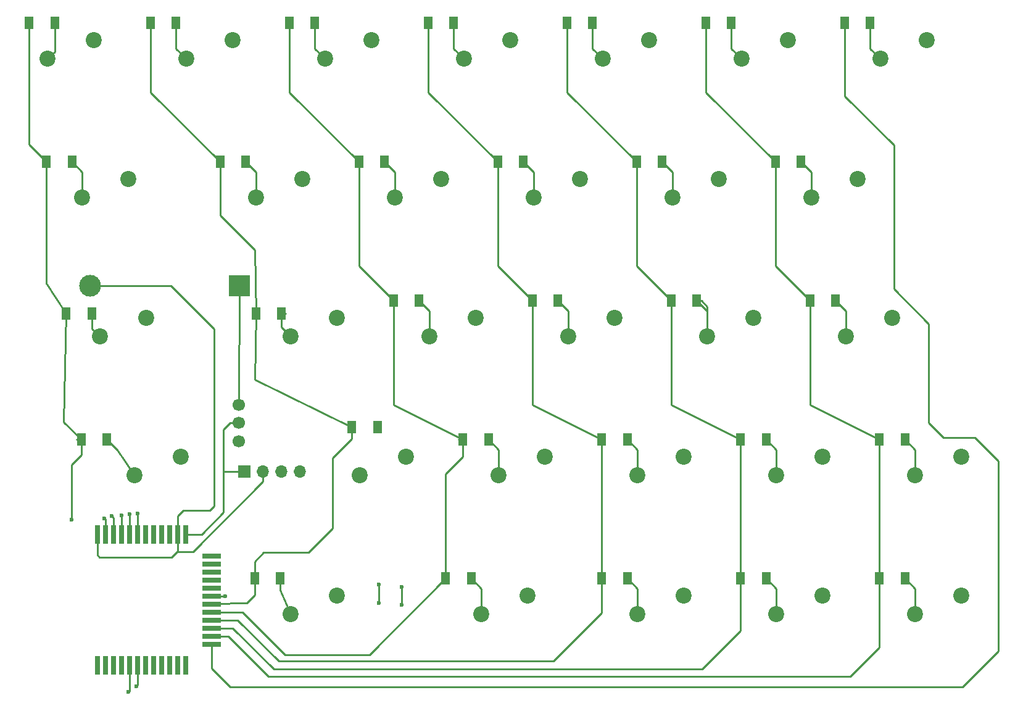
<source format=gbl>
G04 #@! TF.FileFunction,Copper,L2,Bot,Signal*
%FSLAX46Y46*%
G04 Gerber Fmt 4.6, Leading zero omitted, Abs format (unit mm)*
G04 Created by KiCad (PCBNEW 4.0.7) date Monday, 23 April 2018 'AMt' 04:38:12*
%MOMM*%
%LPD*%
G01*
G04 APERTURE LIST*
%ADD10C,0.100000*%
%ADD11C,2.200000*%
%ADD12R,1.300000X1.700000*%
%ADD13R,1.700000X1.700000*%
%ADD14O,1.700000X1.700000*%
%ADD15R,2.500000X0.800000*%
%ADD16R,0.800000X2.500000*%
%ADD17C,3.000000*%
%ADD18R,3.000000X3.000000*%
%ADD19C,1.700000*%
%ADD20C,0.600000*%
%ADD21C,0.250000*%
G04 APERTURE END LIST*
D10*
D11*
X147637500Y-21431250D03*
X141287500Y-23971250D03*
X45243750Y-78581250D03*
X38893750Y-81121250D03*
X66675000Y-59531250D03*
X60325000Y-62071250D03*
X38100000Y-40481250D03*
X31750000Y-43021250D03*
X66675000Y-97631250D03*
X60325000Y-100171250D03*
D12*
X24443750Y-19050000D03*
X27943750Y-19050000D03*
X26825000Y-38100000D03*
X30325000Y-38100000D03*
X29550000Y-58900000D03*
X33050000Y-58900000D03*
X31587500Y-76200000D03*
X35087500Y-76200000D03*
X41112500Y-19050000D03*
X44612500Y-19050000D03*
X50637500Y-38100000D03*
X54137500Y-38100000D03*
X55550000Y-58900000D03*
X59050000Y-58900000D03*
X68750000Y-74500000D03*
X72250000Y-74500000D03*
X55400000Y-95250000D03*
X58900000Y-95250000D03*
X60162500Y-19050000D03*
X63662500Y-19050000D03*
X69687500Y-38100000D03*
X73187500Y-38100000D03*
X74450000Y-57150000D03*
X77950000Y-57150000D03*
X83975000Y-76200000D03*
X87475000Y-76200000D03*
X81593750Y-95250000D03*
X85093750Y-95250000D03*
X79212500Y-19050000D03*
X82712500Y-19050000D03*
X88737500Y-38100000D03*
X92237500Y-38100000D03*
X93500000Y-57150000D03*
X97000000Y-57150000D03*
X103025000Y-76200000D03*
X106525000Y-76200000D03*
X103025000Y-95250000D03*
X106525000Y-95250000D03*
X98262500Y-19050000D03*
X101762500Y-19050000D03*
X107787500Y-38100000D03*
X111287500Y-38100000D03*
X112550000Y-57150000D03*
X116050000Y-57150000D03*
X122075000Y-76200000D03*
X125575000Y-76200000D03*
X122075000Y-95250000D03*
X125575000Y-95250000D03*
X117312500Y-19050000D03*
X120812500Y-19050000D03*
X126837500Y-38100000D03*
X130337500Y-38100000D03*
X131600000Y-57150000D03*
X135100000Y-57150000D03*
X141125000Y-76200000D03*
X144625000Y-76200000D03*
X136362500Y-19050000D03*
X139862500Y-19050000D03*
D13*
X54000000Y-80600000D03*
D14*
X56540000Y-80600000D03*
X59080000Y-80600000D03*
X61620000Y-80600000D03*
D11*
X33337500Y-21431250D03*
X26987500Y-23971250D03*
X40481250Y-59531250D03*
X34131250Y-62071250D03*
X52387500Y-21431250D03*
X46037500Y-23971250D03*
X61912500Y-40481250D03*
X55562500Y-43021250D03*
X76200000Y-78581250D03*
X69850000Y-81121250D03*
X71437500Y-21431250D03*
X65087500Y-23971250D03*
X80962500Y-40481250D03*
X74612500Y-43021250D03*
X85725000Y-59531250D03*
X79375000Y-62071250D03*
X95250000Y-78581250D03*
X88900000Y-81121250D03*
X92868750Y-97631250D03*
X86518750Y-100171250D03*
X90487500Y-21431250D03*
X84137500Y-23971250D03*
X100012500Y-40481250D03*
X93662500Y-43021250D03*
X104775000Y-59531250D03*
X98425000Y-62071250D03*
X114300000Y-78581250D03*
X107950000Y-81121250D03*
X114300000Y-97631250D03*
X107950000Y-100171250D03*
X109537500Y-21431250D03*
X103187500Y-23971250D03*
X119062500Y-40481250D03*
X112712500Y-43021250D03*
X123825000Y-59531250D03*
X117475000Y-62071250D03*
X133350000Y-78581250D03*
X127000000Y-81121250D03*
X133350000Y-97631250D03*
X127000000Y-100171250D03*
X128587500Y-21431250D03*
X122237500Y-23971250D03*
X138112500Y-40481250D03*
X131762500Y-43021250D03*
X142875000Y-59531250D03*
X136525000Y-62071250D03*
X152400000Y-78581250D03*
X146050000Y-81121250D03*
D15*
X49500000Y-92150000D03*
X49500000Y-93250000D03*
X49500000Y-94350000D03*
X49500000Y-95450000D03*
X49500000Y-96550000D03*
X49500000Y-97650000D03*
X49500000Y-98750000D03*
X49500000Y-99850000D03*
X49500000Y-100950000D03*
X49500000Y-102050000D03*
X49500000Y-103150000D03*
X49500000Y-104250000D03*
D16*
X33800000Y-89200000D03*
X34900000Y-89200000D03*
X36000000Y-89200000D03*
X37100000Y-89200000D03*
X38200000Y-89200000D03*
X39300000Y-89200000D03*
X40400000Y-89200000D03*
X41500000Y-89200000D03*
X42600000Y-89200000D03*
X43700000Y-89200000D03*
X44800000Y-89200000D03*
X45900000Y-89200000D03*
X45900000Y-107200000D03*
X44800000Y-107200000D03*
X43700000Y-107200000D03*
X42600000Y-107200000D03*
X41500000Y-107200000D03*
X40400000Y-107200000D03*
X39300000Y-107200000D03*
X38200000Y-107200000D03*
X37100000Y-107200000D03*
X36000000Y-107200000D03*
X34900000Y-107200000D03*
X33800000Y-107200000D03*
D12*
X141125000Y-95250000D03*
X144625000Y-95250000D03*
D11*
X152400000Y-97631250D03*
X146050000Y-100171250D03*
D17*
X32810000Y-55100000D03*
D18*
X53300000Y-55100000D03*
D19*
X53200000Y-76400000D03*
X53200000Y-73900000D03*
X53200000Y-71400000D03*
D20*
X39200000Y-110000000D03*
X72400000Y-98600000D03*
X72400000Y-96100000D03*
X51360000Y-97640000D03*
X30300000Y-87200000D03*
X34800000Y-87000000D03*
X35800000Y-86700000D03*
X37100000Y-86600000D03*
X38200000Y-86400000D03*
X39300000Y-86300000D03*
X38100000Y-110800000D03*
X75600000Y-98900000D03*
X75600000Y-96400000D03*
D21*
X44750000Y-91550000D02*
X46950000Y-91550000D01*
X56540000Y-81960000D02*
X56540000Y-80600000D01*
X46950000Y-91550000D02*
X56540000Y-81960000D01*
X49800000Y-61000000D02*
X49800000Y-85300000D01*
X45600000Y-85900000D02*
X49200000Y-85900000D01*
X44800000Y-86700000D02*
X45600000Y-85900000D01*
X44800000Y-86700000D02*
X44800000Y-89200000D01*
X49800000Y-85300000D02*
X49200000Y-85900000D01*
X43900000Y-55100000D02*
X32810000Y-55100000D01*
X49800000Y-61000000D02*
X43900000Y-55100000D01*
X33800000Y-89200000D02*
X33800000Y-92000000D01*
X33800000Y-92000000D02*
X34100000Y-92300000D01*
X34100000Y-92300000D02*
X44000000Y-92300000D01*
X44000000Y-92300000D02*
X44750000Y-91550000D01*
X44750000Y-91550000D02*
X44800000Y-91500000D01*
X44800000Y-91500000D02*
X44800000Y-89200000D01*
X54000000Y-80600000D02*
X51100000Y-80600000D01*
X51100000Y-80600000D02*
X51100000Y-80700000D01*
X53200000Y-73900000D02*
X52000000Y-73900000D01*
X48100000Y-89200000D02*
X45900000Y-89200000D01*
X51100000Y-86200000D02*
X48100000Y-89200000D01*
X51100000Y-74800000D02*
X51100000Y-80700000D01*
X51100000Y-80700000D02*
X51100000Y-86200000D01*
X52000000Y-73900000D02*
X51100000Y-74800000D01*
X53200000Y-73900000D02*
X53000000Y-73900000D01*
X27943750Y-19050000D02*
X27943750Y-23015000D01*
X27943750Y-23015000D02*
X26987500Y-23971250D01*
X31750000Y-43021250D02*
X31750000Y-39525000D01*
X31750000Y-39525000D02*
X30325000Y-38100000D01*
X33050000Y-58900000D02*
X33050000Y-60990000D01*
X33050000Y-60990000D02*
X34131250Y-62071250D01*
X38893750Y-81121250D02*
X36512500Y-77625000D01*
X36512500Y-77625000D02*
X35087500Y-76200000D01*
X44612500Y-19050000D02*
X44612500Y-22546250D01*
X44612500Y-22546250D02*
X46037500Y-23971250D01*
X55562500Y-43021250D02*
X55562500Y-39525000D01*
X55562500Y-39525000D02*
X54137500Y-38100000D01*
X59050000Y-58900000D02*
X59050000Y-60796250D01*
X59050000Y-60796250D02*
X60325000Y-62071250D01*
X59050000Y-58900000D02*
X59681250Y-58900000D01*
X58900000Y-95250000D02*
X58900000Y-96833750D01*
X58900000Y-96833750D02*
X60325000Y-100171250D01*
X63662500Y-19050000D02*
X63662500Y-22546250D01*
X63662500Y-22546250D02*
X65087500Y-23971250D01*
X74612500Y-43021250D02*
X74612500Y-39525000D01*
X74612500Y-39525000D02*
X73187500Y-38100000D01*
X79375000Y-62071250D02*
X79375000Y-58575000D01*
X79375000Y-58575000D02*
X77950000Y-57150000D01*
X88900000Y-81121250D02*
X88900000Y-77625000D01*
X88900000Y-77625000D02*
X87475000Y-76200000D01*
X86518750Y-100171250D02*
X86518750Y-96675000D01*
X86518750Y-96675000D02*
X85093750Y-95250000D01*
X82712500Y-19050000D02*
X82712500Y-22546250D01*
X82712500Y-22546250D02*
X84137500Y-23971250D01*
X93662500Y-43021250D02*
X93662500Y-39525000D01*
X93662500Y-39525000D02*
X92237500Y-38100000D01*
X98425000Y-62071250D02*
X98425000Y-58575000D01*
X98425000Y-58575000D02*
X97000000Y-57150000D01*
X107950000Y-81121250D02*
X107950000Y-77625000D01*
X107950000Y-77625000D02*
X106525000Y-76200000D01*
X107950000Y-100171250D02*
X107950000Y-96675000D01*
X107950000Y-96675000D02*
X106525000Y-95250000D01*
X101762500Y-19050000D02*
X101762500Y-22546250D01*
X101762500Y-22546250D02*
X103187500Y-23971250D01*
X112712500Y-43021250D02*
X112712500Y-39525000D01*
X112712500Y-39525000D02*
X111287500Y-38100000D01*
X117475000Y-62071250D02*
X117475000Y-58575000D01*
X117475000Y-58575000D02*
X116050000Y-57150000D01*
X117475000Y-62071250D02*
X117475000Y-57943750D01*
X117475000Y-57943750D02*
X116681250Y-57150000D01*
X116681250Y-57150000D02*
X116050000Y-57150000D01*
X127000000Y-81121250D02*
X127000000Y-77625000D01*
X127000000Y-77625000D02*
X125575000Y-76200000D01*
X127000000Y-100171250D02*
X127000000Y-96675000D01*
X127000000Y-96675000D02*
X125575000Y-95250000D01*
X120812500Y-19050000D02*
X120812500Y-22546250D01*
X120812500Y-22546250D02*
X122237500Y-23971250D01*
X131762500Y-43021250D02*
X131762500Y-39525000D01*
X131762500Y-39525000D02*
X130337500Y-38100000D01*
X136525000Y-62071250D02*
X136525000Y-58575000D01*
X136525000Y-58575000D02*
X135100000Y-57150000D01*
X146050000Y-81121250D02*
X146050000Y-77625000D01*
X146050000Y-77625000D02*
X144625000Y-76200000D01*
X139862500Y-19050000D02*
X139862500Y-22546250D01*
X139862500Y-22546250D02*
X141287500Y-23971250D01*
X39300000Y-109900000D02*
X39300000Y-107200000D01*
X39200000Y-110000000D02*
X39300000Y-109900000D01*
X72400000Y-98500000D02*
X72400000Y-98600000D01*
X72400000Y-96100000D02*
X72400000Y-98500000D01*
X34956250Y-107025000D02*
X35081250Y-107400000D01*
X49500000Y-97650000D02*
X51350000Y-97650000D01*
X51350000Y-97650000D02*
X51360000Y-97640000D01*
X31587500Y-76200000D02*
X31587500Y-78312500D01*
X30300000Y-79600000D02*
X30300000Y-87200000D01*
X31587500Y-78312500D02*
X30300000Y-79600000D01*
X31587500Y-76200000D02*
X30956250Y-76200000D01*
X29550000Y-58900000D02*
X29206250Y-73818750D01*
X29206250Y-73818750D02*
X31587500Y-76200000D01*
X26825000Y-54768750D02*
X29550000Y-58900000D01*
X26825000Y-38100000D02*
X26825000Y-54768750D01*
X24443750Y-35718750D02*
X26825000Y-38100000D01*
X24443750Y-19050000D02*
X24443750Y-35718750D01*
X68750000Y-74500000D02*
X68750000Y-76050000D01*
X55400000Y-92900000D02*
X55400000Y-95250000D01*
X56600000Y-91700000D02*
X55400000Y-92900000D01*
X62800000Y-91700000D02*
X56600000Y-91700000D01*
X66100000Y-88400000D02*
X62800000Y-91700000D01*
X66100000Y-78700000D02*
X66100000Y-88400000D01*
X68750000Y-76050000D02*
X66100000Y-78700000D01*
X55550000Y-58900000D02*
X55400000Y-67950000D01*
X55400000Y-67950000D02*
X68750000Y-74500000D01*
X55400000Y-95250000D02*
X55400000Y-97500000D01*
X54300000Y-98600000D02*
X49550000Y-98700000D01*
X55400000Y-97500000D02*
X54300000Y-98600000D01*
X49550000Y-98700000D02*
X49500000Y-98750000D01*
X50637500Y-38100000D02*
X50637500Y-45437500D01*
X55400000Y-50200000D02*
X55550000Y-58900000D01*
X50637500Y-45437500D02*
X55400000Y-50200000D01*
X41112500Y-19050000D02*
X41112500Y-28575000D01*
X41112500Y-28575000D02*
X50637500Y-38100000D01*
X49500000Y-99850000D02*
X53750000Y-99850000D01*
X71143750Y-105700000D02*
X81593750Y-95250000D01*
X59600000Y-105700000D02*
X71143750Y-105700000D01*
X53750000Y-99850000D02*
X59600000Y-105700000D01*
X83975000Y-76200000D02*
X83975000Y-78525000D01*
X81593750Y-80906250D02*
X81593750Y-95250000D01*
X83975000Y-78525000D02*
X81593750Y-80906250D01*
X83975000Y-76200000D02*
X83343750Y-76200000D01*
X74450000Y-57150000D02*
X74450000Y-71437500D01*
X74450000Y-71437500D02*
X83975000Y-76200000D01*
X69687500Y-38100000D02*
X69687500Y-52387500D01*
X69687500Y-52387500D02*
X74450000Y-57150000D01*
X60162500Y-19050000D02*
X60162500Y-28575000D01*
X60162500Y-28575000D02*
X69687500Y-38100000D01*
X103025000Y-95250000D02*
X103025000Y-99975000D01*
X53050000Y-100950000D02*
X49500000Y-100950000D01*
X58700000Y-106600000D02*
X53050000Y-100950000D01*
X96400000Y-106600000D02*
X58700000Y-106600000D01*
X103025000Y-99975000D02*
X96400000Y-106600000D01*
X103025000Y-76200000D02*
X103025000Y-95250000D01*
X93500000Y-57150000D02*
X93500000Y-71437500D01*
X93500000Y-71437500D02*
X103025000Y-76200000D01*
X88737500Y-38100000D02*
X88737500Y-52387500D01*
X88737500Y-52387500D02*
X93500000Y-57150000D01*
X79212500Y-19050000D02*
X79212500Y-28575000D01*
X79212500Y-28575000D02*
X88737500Y-38100000D01*
X49500000Y-102050000D02*
X52350000Y-102050000D01*
X122075000Y-102425000D02*
X122075000Y-95250000D01*
X116800000Y-107700000D02*
X122075000Y-102425000D01*
X58000000Y-107700000D02*
X116800000Y-107700000D01*
X52350000Y-102050000D02*
X58000000Y-107700000D01*
X49500000Y-102050000D02*
X50350000Y-102050000D01*
X121762500Y-95562500D02*
X122075000Y-95250000D01*
X122075000Y-76200000D02*
X122075000Y-95250000D01*
X112550000Y-57150000D02*
X112550000Y-71437500D01*
X112550000Y-71437500D02*
X122075000Y-76200000D01*
X107787500Y-38100000D02*
X107787500Y-52387500D01*
X107787500Y-52387500D02*
X112550000Y-57150000D01*
X98262500Y-19050000D02*
X98262500Y-28575000D01*
X98262500Y-28575000D02*
X107787500Y-38100000D01*
X141125000Y-95250000D02*
X141125000Y-104675000D01*
X141125000Y-76200000D02*
X141125000Y-104675000D01*
X51750000Y-103150000D02*
X49500000Y-103150000D01*
X57300000Y-108700000D02*
X51750000Y-103150000D01*
X137100000Y-108700000D02*
X57300000Y-108700000D01*
X141125000Y-104675000D02*
X137100000Y-108700000D01*
X49500000Y-103150000D02*
X49250000Y-103150000D01*
X131600000Y-57150000D02*
X131600000Y-71437500D01*
X131600000Y-71437500D02*
X141125000Y-76200000D01*
X126837500Y-38100000D02*
X126837500Y-52387500D01*
X126837500Y-52387500D02*
X131600000Y-57150000D01*
X117312500Y-19050000D02*
X117312500Y-28575000D01*
X117312500Y-28575000D02*
X126837500Y-38100000D01*
X52000000Y-110100000D02*
X152500000Y-110100000D01*
X157400000Y-105200000D02*
X157400000Y-79100000D01*
X152500000Y-110100000D02*
X157400000Y-105200000D01*
X136362500Y-19050000D02*
X136362500Y-29062500D01*
X154200000Y-75900000D02*
X157400000Y-79100000D01*
X149900000Y-75900000D02*
X154200000Y-75900000D01*
X147900000Y-73900000D02*
X149900000Y-75900000D01*
X147900000Y-60300000D02*
X147900000Y-73900000D01*
X143100000Y-55500000D02*
X147900000Y-60300000D01*
X143100000Y-35800000D02*
X143100000Y-55500000D01*
X136362500Y-29062500D02*
X143100000Y-35800000D01*
X49500000Y-107600000D02*
X49500000Y-104250000D01*
X52000000Y-110100000D02*
X49500000Y-107600000D01*
X34900000Y-87100000D02*
X34900000Y-89200000D01*
X34800000Y-87000000D02*
X34900000Y-87100000D01*
X36000000Y-86900000D02*
X36000000Y-89200000D01*
X35800000Y-86700000D02*
X36000000Y-86900000D01*
X37100000Y-86600000D02*
X37100000Y-89200000D01*
X38200000Y-86400000D02*
X38200000Y-89200000D01*
X39300000Y-89200000D02*
X39300000Y-86300000D01*
X146050000Y-100171250D02*
X146050000Y-96675000D01*
X146050000Y-96675000D02*
X144625000Y-95250000D01*
X38200000Y-110700000D02*
X38200000Y-107200000D01*
X38100000Y-110800000D02*
X38200000Y-110700000D01*
X75600000Y-96400000D02*
X75600000Y-98900000D01*
X53300000Y-55100000D02*
X53200000Y-71400000D01*
X52449000Y-55951000D02*
X53300000Y-55100000D01*
X53300000Y-55100000D02*
X52200000Y-55100000D01*
X53300000Y-55100000D02*
X52400000Y-56300000D01*
M02*

</source>
